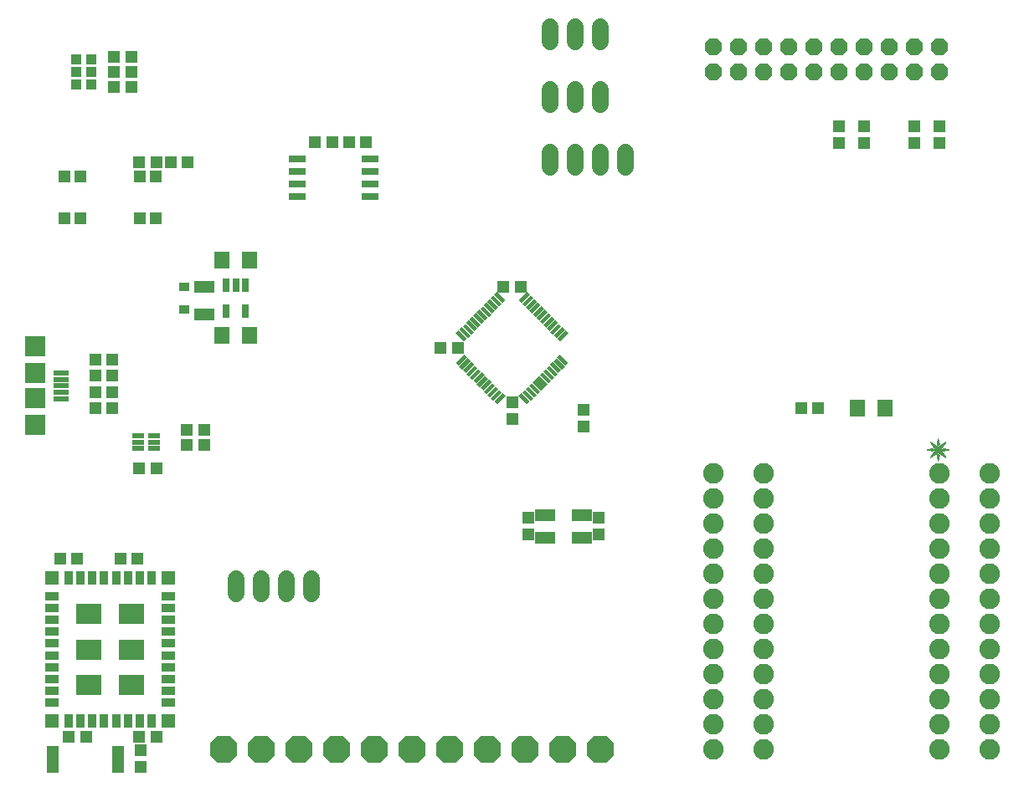
<source format=gts>
G75*
G70*
%OFA0B0*%
%FSLAX24Y24*%
%IPPOS*%
%LPD*%
%AMOC8*
5,1,8,0,0,1.08239X$1,22.5*
%
%ADD10R,0.0631X0.0710*%
%ADD11R,0.0474X0.0513*%
%ADD12R,0.0395X0.0395*%
%ADD13R,0.0297X0.0552*%
%ADD14C,0.0820*%
%ADD15R,0.0828X0.0513*%
%ADD16R,0.0631X0.0218*%
%ADD17R,0.0828X0.0789*%
%ADD18R,0.0828X0.0828*%
%ADD19R,0.0789X0.0474*%
%ADD20R,0.0407X0.0328*%
%ADD21R,0.0159X0.0474*%
%ADD22R,0.0474X0.0159*%
%ADD23R,0.0513X0.0474*%
%ADD24R,0.0552X0.0552*%
%ADD25R,0.0552X0.0356*%
%ADD26R,0.0356X0.0552*%
%ADD27R,0.1025X0.0828*%
%ADD28R,0.0480X0.1080*%
%ADD29R,0.0474X0.0474*%
%ADD30R,0.0670X0.0300*%
%ADD31C,0.0010*%
%ADD32R,0.0470X0.0198*%
%ADD33C,0.0680*%
%ADD34OC8,0.0680*%
%ADD35OC8,0.1085*%
D10*
X009692Y018205D03*
X010794Y018205D03*
X010794Y021205D03*
X009692Y021205D03*
X034992Y015305D03*
X036094Y015305D03*
D11*
X024693Y010940D03*
X024693Y010270D03*
X021893Y010270D03*
X021893Y010940D03*
X024093Y014570D03*
X024093Y015240D03*
X021243Y015540D03*
X021243Y014870D03*
X008977Y014455D03*
X008977Y013855D03*
X008308Y013855D03*
X008308Y014455D03*
X007077Y012905D03*
X006408Y012905D03*
X005327Y015305D03*
X004658Y015305D03*
X004658Y015955D03*
X005327Y015955D03*
X005327Y016605D03*
X004658Y016605D03*
X004658Y017255D03*
X005327Y017255D03*
X007658Y025105D03*
X008327Y025105D03*
X006077Y028105D03*
X006077Y028705D03*
X006077Y029305D03*
X005408Y029305D03*
X005408Y028705D03*
X005408Y028105D03*
X013408Y025905D03*
X014077Y025905D03*
X006327Y009305D03*
X005658Y009305D03*
X004277Y002205D03*
X003608Y002205D03*
X006443Y001690D03*
X006443Y001020D03*
D12*
X004488Y028205D03*
X003898Y028205D03*
X003898Y028705D03*
X003898Y029205D03*
X004488Y029205D03*
X004488Y028705D03*
D13*
X009869Y020217D03*
X010243Y020217D03*
X010617Y020217D03*
X010617Y019193D03*
X009869Y019193D03*
D14*
X029243Y012705D03*
X029243Y011705D03*
X029243Y010705D03*
X029243Y009705D03*
X029243Y008705D03*
X029243Y007705D03*
X029243Y006705D03*
X029243Y005705D03*
X029243Y004705D03*
X029243Y003705D03*
X029243Y002705D03*
X029243Y001705D03*
X031243Y001705D03*
X031243Y002705D03*
X031243Y003705D03*
X031243Y004705D03*
X031243Y005705D03*
X031243Y006705D03*
X031243Y007705D03*
X031243Y008705D03*
X031243Y009705D03*
X031243Y010705D03*
X031243Y011705D03*
X031243Y012705D03*
X038243Y012705D03*
X038243Y011705D03*
X038243Y010705D03*
X038243Y009705D03*
X038243Y008705D03*
X038243Y007705D03*
X038243Y006705D03*
X038243Y005705D03*
X038243Y004705D03*
X038243Y003705D03*
X038243Y002705D03*
X038243Y001705D03*
X040243Y001705D03*
X040243Y002705D03*
X040243Y003705D03*
X040243Y004705D03*
X040243Y005705D03*
X040243Y006705D03*
X040243Y007705D03*
X040243Y008705D03*
X040243Y009705D03*
X040243Y010705D03*
X040243Y011705D03*
X040243Y012705D03*
D15*
X024021Y011058D03*
X024021Y010152D03*
X022564Y010152D03*
X022564Y011058D03*
D16*
X003286Y015693D03*
X003286Y015949D03*
X003286Y016205D03*
X003286Y016461D03*
X003286Y016717D03*
D17*
X002243Y017780D03*
X002243Y014630D03*
D18*
X002243Y015705D03*
X002243Y016705D03*
D19*
X008993Y019054D03*
X008993Y020156D03*
D20*
X008193Y020158D03*
X008193Y019252D03*
D21*
G36*
X019447Y018081D02*
X019335Y017969D01*
X019001Y018303D01*
X019113Y018415D01*
X019447Y018081D01*
G37*
G36*
X019587Y018220D02*
X019475Y018108D01*
X019141Y018442D01*
X019253Y018554D01*
X019587Y018220D01*
G37*
G36*
X019726Y018360D02*
X019614Y018248D01*
X019280Y018582D01*
X019392Y018694D01*
X019726Y018360D01*
G37*
G36*
X019865Y018499D02*
X019753Y018387D01*
X019419Y018721D01*
X019531Y018833D01*
X019865Y018499D01*
G37*
G36*
X020004Y018638D02*
X019892Y018526D01*
X019558Y018860D01*
X019670Y018972D01*
X020004Y018638D01*
G37*
G36*
X020143Y018777D02*
X020031Y018665D01*
X019697Y018999D01*
X019809Y019111D01*
X020143Y018777D01*
G37*
G36*
X020283Y018916D02*
X020171Y018804D01*
X019837Y019138D01*
X019949Y019250D01*
X020283Y018916D01*
G37*
G36*
X020422Y019056D02*
X020310Y018944D01*
X019976Y019278D01*
X020088Y019390D01*
X020422Y019056D01*
G37*
G36*
X020561Y019195D02*
X020449Y019083D01*
X020115Y019417D01*
X020227Y019529D01*
X020561Y019195D01*
G37*
G36*
X020700Y019334D02*
X020588Y019222D01*
X020254Y019556D01*
X020366Y019668D01*
X020700Y019334D01*
G37*
G36*
X020839Y019473D02*
X020727Y019361D01*
X020393Y019695D01*
X020505Y019807D01*
X020839Y019473D01*
G37*
G36*
X020979Y019612D02*
X020867Y019500D01*
X020533Y019834D01*
X020645Y019946D01*
X020979Y019612D01*
G37*
G36*
X023484Y017107D02*
X023372Y016995D01*
X023038Y017329D01*
X023150Y017441D01*
X023484Y017107D01*
G37*
G36*
X023345Y016968D02*
X023233Y016856D01*
X022899Y017190D01*
X023011Y017302D01*
X023345Y016968D01*
G37*
G36*
X023206Y016828D02*
X023094Y016716D01*
X022760Y017050D01*
X022872Y017162D01*
X023206Y016828D01*
G37*
G36*
X023067Y016689D02*
X022955Y016577D01*
X022621Y016911D01*
X022733Y017023D01*
X023067Y016689D01*
G37*
G36*
X022927Y016550D02*
X022815Y016438D01*
X022481Y016772D01*
X022593Y016884D01*
X022927Y016550D01*
G37*
G36*
X022788Y016411D02*
X022676Y016299D01*
X022342Y016633D01*
X022454Y016745D01*
X022788Y016411D01*
G37*
G36*
X022649Y016272D02*
X022537Y016160D01*
X022203Y016494D01*
X022315Y016606D01*
X022649Y016272D01*
G37*
G36*
X022510Y016132D02*
X022398Y016020D01*
X022064Y016354D01*
X022176Y016466D01*
X022510Y016132D01*
G37*
G36*
X022371Y015993D02*
X022259Y015881D01*
X021925Y016215D01*
X022037Y016327D01*
X022371Y015993D01*
G37*
G36*
X022231Y015854D02*
X022119Y015742D01*
X021785Y016076D01*
X021897Y016188D01*
X022231Y015854D01*
G37*
G36*
X022092Y015715D02*
X021980Y015603D01*
X021646Y015937D01*
X021758Y016049D01*
X022092Y015715D01*
G37*
G36*
X021953Y015576D02*
X021841Y015464D01*
X021507Y015798D01*
X021619Y015910D01*
X021953Y015576D01*
G37*
D22*
G36*
X020979Y015798D02*
X020645Y015464D01*
X020533Y015576D01*
X020867Y015910D01*
X020979Y015798D01*
G37*
G36*
X020839Y015937D02*
X020505Y015603D01*
X020393Y015715D01*
X020727Y016049D01*
X020839Y015937D01*
G37*
G36*
X020700Y016076D02*
X020366Y015742D01*
X020254Y015854D01*
X020588Y016188D01*
X020700Y016076D01*
G37*
G36*
X020561Y016215D02*
X020227Y015881D01*
X020115Y015993D01*
X020449Y016327D01*
X020561Y016215D01*
G37*
G36*
X020422Y016354D02*
X020088Y016020D01*
X019976Y016132D01*
X020310Y016466D01*
X020422Y016354D01*
G37*
G36*
X020283Y016494D02*
X019949Y016160D01*
X019837Y016272D01*
X020171Y016606D01*
X020283Y016494D01*
G37*
G36*
X020143Y016633D02*
X019809Y016299D01*
X019697Y016411D01*
X020031Y016745D01*
X020143Y016633D01*
G37*
G36*
X020004Y016772D02*
X019670Y016438D01*
X019558Y016550D01*
X019892Y016884D01*
X020004Y016772D01*
G37*
G36*
X019865Y016911D02*
X019531Y016577D01*
X019419Y016689D01*
X019753Y017023D01*
X019865Y016911D01*
G37*
G36*
X019726Y017050D02*
X019392Y016716D01*
X019280Y016828D01*
X019614Y017162D01*
X019726Y017050D01*
G37*
G36*
X019587Y017190D02*
X019253Y016856D01*
X019141Y016968D01*
X019475Y017302D01*
X019587Y017190D01*
G37*
G36*
X019447Y017329D02*
X019113Y016995D01*
X019001Y017107D01*
X019335Y017441D01*
X019447Y017329D01*
G37*
G36*
X022092Y019695D02*
X021758Y019361D01*
X021646Y019473D01*
X021980Y019807D01*
X022092Y019695D01*
G37*
G36*
X022231Y019556D02*
X021897Y019222D01*
X021785Y019334D01*
X022119Y019668D01*
X022231Y019556D01*
G37*
G36*
X022371Y019417D02*
X022037Y019083D01*
X021925Y019195D01*
X022259Y019529D01*
X022371Y019417D01*
G37*
G36*
X022510Y019278D02*
X022176Y018944D01*
X022064Y019056D01*
X022398Y019390D01*
X022510Y019278D01*
G37*
G36*
X022649Y019138D02*
X022315Y018804D01*
X022203Y018916D01*
X022537Y019250D01*
X022649Y019138D01*
G37*
G36*
X022788Y018999D02*
X022454Y018665D01*
X022342Y018777D01*
X022676Y019111D01*
X022788Y018999D01*
G37*
G36*
X022927Y018860D02*
X022593Y018526D01*
X022481Y018638D01*
X022815Y018972D01*
X022927Y018860D01*
G37*
G36*
X023067Y018721D02*
X022733Y018387D01*
X022621Y018499D01*
X022955Y018833D01*
X023067Y018721D01*
G37*
G36*
X023206Y018582D02*
X022872Y018248D01*
X022760Y018360D01*
X023094Y018694D01*
X023206Y018582D01*
G37*
G36*
X023345Y018442D02*
X023011Y018108D01*
X022899Y018220D01*
X023233Y018554D01*
X023345Y018442D01*
G37*
G36*
X023484Y018303D02*
X023150Y017969D01*
X023038Y018081D01*
X023372Y018415D01*
X023484Y018303D01*
G37*
G36*
X021953Y019834D02*
X021619Y019500D01*
X021507Y019612D01*
X021841Y019946D01*
X021953Y019834D01*
G37*
D23*
X021577Y020155D03*
X020908Y020155D03*
X019077Y017705D03*
X018408Y017705D03*
X015427Y025905D03*
X014758Y025905D03*
X007077Y025105D03*
X006408Y025105D03*
X003927Y009305D03*
X003258Y009305D03*
X006408Y002205D03*
X007077Y002205D03*
X032758Y015305D03*
X033427Y015305D03*
X034243Y025870D03*
X034243Y026540D03*
X035243Y026540D03*
X035243Y025870D03*
X037243Y025870D03*
X037243Y026540D03*
X038243Y026540D03*
X038243Y025870D03*
D24*
X007546Y008548D03*
X002940Y008548D03*
X002940Y002839D03*
X007546Y002839D03*
D25*
X007546Y003567D03*
X007546Y004040D03*
X007546Y004512D03*
X007546Y004985D03*
X007546Y005457D03*
X007546Y005929D03*
X007546Y006402D03*
X007546Y006874D03*
X007546Y007347D03*
X007546Y007819D03*
X002940Y007819D03*
X002940Y007347D03*
X002940Y006874D03*
X002940Y006402D03*
X002940Y005929D03*
X002940Y005457D03*
X002940Y004985D03*
X002940Y004512D03*
X002940Y004040D03*
X002940Y003567D03*
D26*
X003589Y002839D03*
X004062Y002839D03*
X004534Y002839D03*
X005007Y002839D03*
X005479Y002839D03*
X005951Y002839D03*
X006424Y002839D03*
X006896Y002839D03*
X006896Y008548D03*
X006424Y008548D03*
X005951Y008548D03*
X005479Y008548D03*
X005007Y008548D03*
X004534Y008548D03*
X004062Y008548D03*
X003589Y008548D03*
D27*
X004396Y007111D03*
X006089Y007111D03*
X006089Y005693D03*
X006089Y004276D03*
X004396Y004276D03*
X004396Y005693D03*
D28*
X002943Y001305D03*
X005543Y001305D03*
D29*
X006428Y022878D03*
X007058Y022878D03*
X007058Y024532D03*
X006428Y024532D03*
X004058Y024532D03*
X003428Y024532D03*
X003428Y022878D03*
X004058Y022878D03*
D30*
X012703Y023755D03*
X012703Y024255D03*
X012703Y024755D03*
X012703Y025255D03*
X015583Y025255D03*
X015583Y024755D03*
X015583Y024255D03*
X015583Y023755D03*
D31*
X037753Y013665D02*
X037983Y013615D01*
X038023Y013665D01*
X037983Y013715D01*
X037753Y013665D01*
X037772Y013661D02*
X038020Y013661D01*
X038019Y013669D02*
X037773Y013669D01*
X037812Y013678D02*
X038012Y013678D01*
X038006Y013686D02*
X037851Y013686D01*
X037890Y013695D02*
X037999Y013695D01*
X037992Y013703D02*
X037929Y013703D01*
X037969Y013712D02*
X037985Y013712D01*
X038032Y013746D02*
X038357Y013746D01*
X038362Y013754D02*
X038026Y013754D01*
X038021Y013763D02*
X038368Y013763D01*
X038374Y013771D02*
X038015Y013771D01*
X038010Y013780D02*
X038185Y013780D01*
X038193Y013775D02*
X037893Y013965D01*
X038083Y013665D01*
X037883Y013345D01*
X038193Y013545D01*
X038503Y013355D01*
X038303Y013665D01*
X038503Y013965D01*
X038193Y013775D01*
X038201Y013780D02*
X038379Y013780D01*
X038385Y013788D02*
X038215Y013788D01*
X038229Y013797D02*
X038391Y013797D01*
X038396Y013805D02*
X038242Y013805D01*
X038256Y013814D02*
X038402Y013814D01*
X038408Y013822D02*
X038270Y013822D01*
X038284Y013831D02*
X038413Y013831D01*
X038419Y013839D02*
X038298Y013839D01*
X038312Y013848D02*
X038425Y013848D01*
X038430Y013856D02*
X038326Y013856D01*
X038339Y013865D02*
X038436Y013865D01*
X038442Y013873D02*
X038353Y013873D01*
X038367Y013882D02*
X038447Y013882D01*
X038453Y013890D02*
X038381Y013890D01*
X038395Y013899D02*
X038459Y013899D01*
X038464Y013907D02*
X038409Y013907D01*
X038423Y013916D02*
X038470Y013916D01*
X038476Y013924D02*
X038437Y013924D01*
X038450Y013933D02*
X038481Y013933D01*
X038487Y013941D02*
X038464Y013941D01*
X038478Y013950D02*
X038493Y013950D01*
X038492Y013958D02*
X038498Y013958D01*
X038456Y013703D02*
X038396Y013703D01*
X038391Y013695D02*
X038495Y013695D01*
X038534Y013686D02*
X038386Y013686D01*
X038381Y013678D02*
X038574Y013678D01*
X038575Y013652D02*
X038380Y013652D01*
X038385Y013644D02*
X038536Y013644D01*
X038497Y013635D02*
X038391Y013635D01*
X038396Y013627D02*
X038457Y013627D01*
X038418Y013618D02*
X038401Y013618D01*
X038403Y013615D02*
X038633Y013665D01*
X038403Y013715D01*
X038373Y013665D01*
X038403Y013615D01*
X038375Y013661D02*
X038614Y013661D01*
X038613Y013669D02*
X038375Y013669D01*
X038401Y013712D02*
X038417Y013712D01*
X038351Y013737D02*
X038037Y013737D01*
X038042Y013729D02*
X038345Y013729D01*
X038340Y013720D02*
X038048Y013720D01*
X038053Y013712D02*
X038334Y013712D01*
X038328Y013703D02*
X038058Y013703D01*
X038064Y013695D02*
X038323Y013695D01*
X038317Y013686D02*
X038069Y013686D01*
X038075Y013678D02*
X038311Y013678D01*
X038306Y013669D02*
X038080Y013669D01*
X038080Y013661D02*
X038305Y013661D01*
X038311Y013652D02*
X038075Y013652D01*
X038070Y013644D02*
X038316Y013644D01*
X038322Y013635D02*
X038064Y013635D01*
X038059Y013627D02*
X038327Y013627D01*
X038333Y013618D02*
X038054Y013618D01*
X038048Y013610D02*
X038338Y013610D01*
X038344Y013601D02*
X038043Y013601D01*
X038038Y013593D02*
X038349Y013593D01*
X038355Y013584D02*
X038032Y013584D01*
X038027Y013576D02*
X038360Y013576D01*
X038366Y013567D02*
X038022Y013567D01*
X038016Y013559D02*
X038371Y013559D01*
X038377Y013550D02*
X038011Y013550D01*
X038006Y013542D02*
X038188Y013542D01*
X038198Y013542D02*
X038382Y013542D01*
X038388Y013533D02*
X038212Y013533D01*
X038226Y013525D02*
X038393Y013525D01*
X038399Y013516D02*
X038239Y013516D01*
X038253Y013508D02*
X038404Y013508D01*
X038410Y013499D02*
X038267Y013499D01*
X038281Y013491D02*
X038415Y013491D01*
X038421Y013482D02*
X038295Y013482D01*
X038309Y013474D02*
X038426Y013474D01*
X038432Y013465D02*
X038323Y013465D01*
X038337Y013457D02*
X038437Y013457D01*
X038443Y013448D02*
X038350Y013448D01*
X038364Y013440D02*
X038448Y013440D01*
X038454Y013431D02*
X038378Y013431D01*
X038392Y013423D02*
X038459Y013423D01*
X038464Y013414D02*
X038406Y013414D01*
X038420Y013406D02*
X038470Y013406D01*
X038475Y013397D02*
X038434Y013397D01*
X038448Y013389D02*
X038481Y013389D01*
X038486Y013380D02*
X038461Y013380D01*
X038475Y013372D02*
X038492Y013372D01*
X038489Y013363D02*
X038497Y013363D01*
X038234Y013414D02*
X038151Y013414D01*
X038153Y013406D02*
X038233Y013406D01*
X038231Y013397D02*
X038155Y013397D01*
X038157Y013389D02*
X038229Y013389D01*
X038227Y013380D02*
X038158Y013380D01*
X038160Y013372D02*
X038225Y013372D01*
X038224Y013363D02*
X038162Y013363D01*
X038164Y013355D02*
X038222Y013355D01*
X038220Y013346D02*
X038165Y013346D01*
X038167Y013338D02*
X038218Y013338D01*
X038217Y013329D02*
X038169Y013329D01*
X038171Y013321D02*
X038215Y013321D01*
X038213Y013312D02*
X038173Y013312D01*
X038174Y013304D02*
X038211Y013304D01*
X038210Y013295D02*
X038176Y013295D01*
X038178Y013287D02*
X038208Y013287D01*
X038206Y013278D02*
X038180Y013278D01*
X038181Y013270D02*
X038204Y013270D01*
X038202Y013261D02*
X038183Y013261D01*
X038185Y013253D02*
X038201Y013253D01*
X038199Y013244D02*
X038187Y013244D01*
X038188Y013236D02*
X038197Y013236D01*
X038195Y013227D02*
X038190Y013227D01*
X038192Y013219D02*
X038194Y013219D01*
X038193Y013215D02*
X038243Y013455D01*
X038193Y013485D01*
X038143Y013455D01*
X038193Y013215D01*
X038149Y013423D02*
X038236Y013423D01*
X038238Y013431D02*
X038148Y013431D01*
X038146Y013440D02*
X038240Y013440D01*
X038241Y013448D02*
X038144Y013448D01*
X038146Y013457D02*
X038240Y013457D01*
X038225Y013465D02*
X038160Y013465D01*
X038174Y013474D02*
X038211Y013474D01*
X038197Y013482D02*
X038188Y013482D01*
X038162Y013525D02*
X037995Y013525D01*
X037990Y013516D02*
X038148Y013516D01*
X038135Y013508D02*
X037985Y013508D01*
X037979Y013499D02*
X038122Y013499D01*
X038109Y013491D02*
X037974Y013491D01*
X037969Y013482D02*
X038096Y013482D01*
X038083Y013474D02*
X037963Y013474D01*
X037958Y013465D02*
X038069Y013465D01*
X038056Y013457D02*
X037953Y013457D01*
X037947Y013448D02*
X038043Y013448D01*
X038030Y013440D02*
X037942Y013440D01*
X037937Y013431D02*
X038017Y013431D01*
X038004Y013423D02*
X037931Y013423D01*
X037926Y013414D02*
X037990Y013414D01*
X037977Y013406D02*
X037921Y013406D01*
X037916Y013397D02*
X037964Y013397D01*
X037951Y013389D02*
X037910Y013389D01*
X037905Y013380D02*
X037938Y013380D01*
X037924Y013372D02*
X037900Y013372D01*
X037894Y013363D02*
X037911Y013363D01*
X037898Y013355D02*
X037889Y013355D01*
X037885Y013346D02*
X037884Y013346D01*
X038001Y013533D02*
X038175Y013533D01*
X038013Y013652D02*
X037811Y013652D01*
X037850Y013644D02*
X038006Y013644D01*
X037999Y013635D02*
X037889Y013635D01*
X037928Y013627D02*
X037992Y013627D01*
X037986Y013618D02*
X037967Y013618D01*
X038005Y013788D02*
X038172Y013788D01*
X038158Y013797D02*
X037999Y013797D01*
X037994Y013805D02*
X038145Y013805D01*
X038131Y013814D02*
X037989Y013814D01*
X037983Y013822D02*
X038118Y013822D01*
X038105Y013831D02*
X037978Y013831D01*
X037972Y013839D02*
X038091Y013839D01*
X038078Y013848D02*
X037967Y013848D01*
X037962Y013856D02*
X038064Y013856D01*
X038051Y013865D02*
X037956Y013865D01*
X037951Y013873D02*
X038037Y013873D01*
X038024Y013882D02*
X037945Y013882D01*
X037940Y013890D02*
X038011Y013890D01*
X037997Y013899D02*
X037935Y013899D01*
X037929Y013907D02*
X037984Y013907D01*
X037970Y013916D02*
X037924Y013916D01*
X037919Y013924D02*
X037957Y013924D01*
X037943Y013933D02*
X037913Y013933D01*
X037908Y013941D02*
X037930Y013941D01*
X037917Y013950D02*
X037902Y013950D01*
X037903Y013958D02*
X037897Y013958D01*
X038152Y013907D02*
X038234Y013907D01*
X038236Y013899D02*
X038150Y013899D01*
X038148Y013890D02*
X038238Y013890D01*
X038239Y013882D02*
X038146Y013882D01*
X038145Y013873D02*
X038241Y013873D01*
X038243Y013865D02*
X038193Y014105D01*
X038143Y013865D01*
X038243Y013865D01*
X038193Y013835D01*
X038143Y013865D01*
X038157Y013856D02*
X038228Y013856D01*
X038214Y013848D02*
X038171Y013848D01*
X038185Y013839D02*
X038200Y013839D01*
X038232Y013916D02*
X038153Y013916D01*
X038155Y013924D02*
X038230Y013924D01*
X038229Y013933D02*
X038157Y013933D01*
X038159Y013941D02*
X038227Y013941D01*
X038225Y013950D02*
X038160Y013950D01*
X038162Y013958D02*
X038223Y013958D01*
X038222Y013967D02*
X038164Y013967D01*
X038166Y013975D02*
X038220Y013975D01*
X038218Y013984D02*
X038168Y013984D01*
X038169Y013992D02*
X038216Y013992D01*
X038214Y014001D02*
X038171Y014001D01*
X038173Y014009D02*
X038213Y014009D01*
X038211Y014018D02*
X038175Y014018D01*
X038176Y014026D02*
X038209Y014026D01*
X038207Y014035D02*
X038178Y014035D01*
X038180Y014043D02*
X038206Y014043D01*
X038204Y014052D02*
X038182Y014052D01*
X038184Y014060D02*
X038202Y014060D01*
X038200Y014069D02*
X038185Y014069D01*
X038187Y014077D02*
X038199Y014077D01*
X038197Y014086D02*
X038189Y014086D01*
X038191Y014094D02*
X038195Y014094D01*
X038192Y014103D02*
X038193Y014103D01*
D32*
X007008Y014211D03*
X007008Y013955D03*
X007008Y013699D03*
X006374Y013699D03*
X006374Y013955D03*
X006374Y014211D03*
D33*
X010243Y008505D02*
X010243Y007905D01*
X011243Y007905D02*
X011243Y008505D01*
X012243Y008505D02*
X012243Y007905D01*
X013243Y007905D02*
X013243Y008505D01*
X022743Y024905D02*
X022743Y025505D01*
X023743Y025505D02*
X023743Y024905D01*
X024743Y024905D02*
X024743Y025505D01*
X025743Y025505D02*
X025743Y024905D01*
X024743Y027405D02*
X024743Y028005D01*
X023743Y028005D02*
X023743Y027405D01*
X022743Y027405D02*
X022743Y028005D01*
X022743Y029905D02*
X022743Y030505D01*
X023743Y030505D02*
X023743Y029905D01*
X024743Y029905D02*
X024743Y030505D01*
D34*
X029243Y029705D03*
X030243Y029705D03*
X031243Y029705D03*
X032243Y029705D03*
X033243Y029705D03*
X034243Y029705D03*
X035243Y029705D03*
X036243Y029705D03*
X037243Y029705D03*
X038243Y029705D03*
X038243Y028705D03*
X037243Y028705D03*
X036243Y028705D03*
X035243Y028705D03*
X034243Y028705D03*
X033243Y028705D03*
X032243Y028705D03*
X031243Y028705D03*
X030243Y028705D03*
X029243Y028705D03*
D35*
X024743Y001705D03*
X023243Y001705D03*
X021743Y001705D03*
X020243Y001705D03*
X018743Y001705D03*
X017243Y001705D03*
X015743Y001705D03*
X014243Y001705D03*
X012743Y001705D03*
X011243Y001705D03*
X009743Y001705D03*
M02*

</source>
